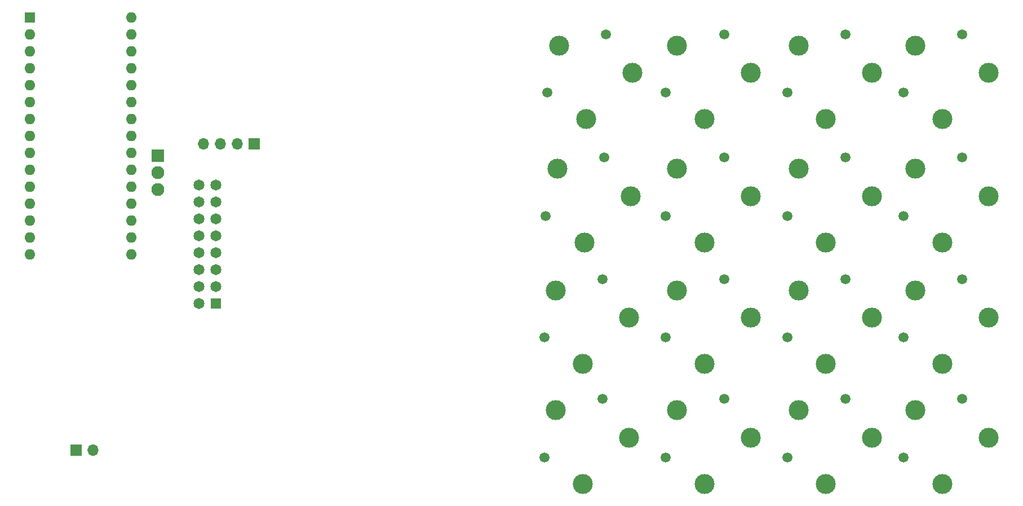
<source format=gbr>
%TF.GenerationSoftware,KiCad,Pcbnew,(5.1.7)-1*%
%TF.CreationDate,2020-11-01T20:21:32+01:00*%
%TF.ProjectId,MidiToCV,4d696469-546f-4435-962e-6b696361645f,rev?*%
%TF.SameCoordinates,Original*%
%TF.FileFunction,Soldermask,Bot*%
%TF.FilePolarity,Negative*%
%FSLAX46Y46*%
G04 Gerber Fmt 4.6, Leading zero omitted, Abs format (unit mm)*
G04 Created by KiCad (PCBNEW (5.1.7)-1) date 2020-11-01 20:21:32*
%MOMM*%
%LPD*%
G01*
G04 APERTURE LIST*
%ADD10C,1.500000*%
%ADD11C,3.000000*%
%ADD12O,1.700000X1.700000*%
%ADD13R,1.700000X1.700000*%
%ADD14C,1.935000*%
%ADD15R,1.935000X1.935000*%
%ADD16C,1.650000*%
%ADD17R,1.650000X1.650000*%
%ADD18O,1.600000X1.600000*%
%ADD19R,1.600000X1.600000*%
G04 APERTURE END LIST*
D10*
%TO.C,J14*%
X135540000Y-84070000D03*
D11*
X141360000Y-88050000D03*
X148300000Y-81110000D03*
D10*
X144320000Y-75290000D03*
D11*
X137250000Y-77000000D03*
%TD*%
D10*
%TO.C,J10*%
X135540000Y-66070000D03*
D11*
X141360000Y-70050000D03*
X148300000Y-63110000D03*
D10*
X144320000Y-57290000D03*
D11*
X137250000Y-59000000D03*
%TD*%
D10*
%TO.C,J6*%
X135540000Y-47820000D03*
D11*
X141360000Y-51800000D03*
X148300000Y-44860000D03*
D10*
X144320000Y-39040000D03*
D11*
X137250000Y-40750000D03*
%TD*%
D10*
%TO.C,J2*%
X135540000Y-29320000D03*
D11*
X141360000Y-33300000D03*
X148300000Y-26360000D03*
D10*
X144320000Y-20540000D03*
D11*
X137250000Y-22250000D03*
%TD*%
D12*
%TO.C,J19*%
X66130000Y-37000000D03*
X68670000Y-37000000D03*
X71210000Y-37000000D03*
D13*
X73750000Y-37000000D03*
%TD*%
D10*
%TO.C,J8*%
X171290000Y-47820000D03*
D11*
X177110000Y-51800000D03*
X184050000Y-44860000D03*
D10*
X180070000Y-39040000D03*
D11*
X173000000Y-40750000D03*
%TD*%
D10*
%TO.C,J16*%
X171290000Y-84070000D03*
D11*
X177110000Y-88050000D03*
X184050000Y-81110000D03*
D10*
X180070000Y-75290000D03*
D11*
X173000000Y-77000000D03*
%TD*%
D10*
%TO.C,J15*%
X153790000Y-84070000D03*
D11*
X159610000Y-88050000D03*
X166550000Y-81110000D03*
D10*
X162570000Y-75290000D03*
D11*
X155500000Y-77000000D03*
%TD*%
D10*
%TO.C,J13*%
X117290000Y-84070000D03*
D11*
X123110000Y-88050000D03*
X130050000Y-81110000D03*
D10*
X126070000Y-75290000D03*
D11*
X119000000Y-77000000D03*
%TD*%
D10*
%TO.C,J12*%
X171290000Y-66070000D03*
D11*
X177110000Y-70050000D03*
X184050000Y-63110000D03*
D10*
X180070000Y-57290000D03*
D11*
X173000000Y-59000000D03*
%TD*%
D10*
%TO.C,J11*%
X153790000Y-66070000D03*
D11*
X159610000Y-70050000D03*
X166550000Y-63110000D03*
D10*
X162570000Y-57290000D03*
D11*
X155500000Y-59000000D03*
%TD*%
D10*
%TO.C,J9*%
X117290000Y-66070000D03*
D11*
X123110000Y-70050000D03*
X130050000Y-63110000D03*
D10*
X126070000Y-57290000D03*
D11*
X119000000Y-59000000D03*
%TD*%
D10*
%TO.C,J7*%
X153790000Y-47820000D03*
D11*
X159610000Y-51800000D03*
X166550000Y-44860000D03*
D10*
X162570000Y-39040000D03*
D11*
X155500000Y-40750000D03*
%TD*%
D10*
%TO.C,J5*%
X117540000Y-47820000D03*
D11*
X123360000Y-51800000D03*
X130300000Y-44860000D03*
D10*
X126320000Y-39040000D03*
D11*
X119250000Y-40750000D03*
%TD*%
D10*
%TO.C,J4*%
X171290000Y-29320000D03*
D11*
X177110000Y-33300000D03*
X184050000Y-26360000D03*
D10*
X180070000Y-20540000D03*
D11*
X173000000Y-22250000D03*
%TD*%
D10*
%TO.C,J1*%
X117790000Y-29320000D03*
D11*
X123610000Y-33300000D03*
X130550000Y-26360000D03*
D10*
X126570000Y-20540000D03*
D11*
X119500000Y-22250000D03*
%TD*%
D10*
%TO.C,J3*%
X153790000Y-29320000D03*
D11*
X159610000Y-33300000D03*
X166550000Y-26360000D03*
D10*
X162570000Y-20540000D03*
D11*
X155500000Y-22250000D03*
%TD*%
D14*
%TO.C,Q1*%
X59250000Y-43830000D03*
X59250000Y-41290000D03*
D15*
X59250000Y-38750000D03*
%TD*%
D12*
%TO.C,J18*%
X49540000Y-83000000D03*
D13*
X47000000Y-83000000D03*
%TD*%
D16*
%TO.C,J17*%
X65460000Y-43220000D03*
X68000000Y-43220000D03*
X65460000Y-45760000D03*
X68000000Y-45760000D03*
X65460000Y-48300000D03*
X68000000Y-48300000D03*
X65460000Y-50840000D03*
X68000000Y-50840000D03*
X65460000Y-53380000D03*
X68000000Y-53380000D03*
X65460000Y-55920000D03*
X68000000Y-55920000D03*
X65460000Y-58460000D03*
X68000000Y-58460000D03*
X65460000Y-61000000D03*
D17*
X68000000Y-61000000D03*
%TD*%
D18*
%TO.C,A1*%
X55240000Y-53560000D03*
X40000000Y-53560000D03*
X55240000Y-18000000D03*
X40000000Y-51020000D03*
X55240000Y-20540000D03*
X40000000Y-48480000D03*
X55240000Y-23080000D03*
X40000000Y-45940000D03*
X55240000Y-25620000D03*
X40000000Y-43400000D03*
X55240000Y-28160000D03*
X40000000Y-40860000D03*
X55240000Y-30700000D03*
X40000000Y-38320000D03*
X55240000Y-33240000D03*
X40000000Y-35780000D03*
X55240000Y-35780000D03*
X40000000Y-33240000D03*
X55240000Y-38320000D03*
X40000000Y-30700000D03*
X55240000Y-40860000D03*
X40000000Y-28160000D03*
X55240000Y-43400000D03*
X40000000Y-25620000D03*
X55240000Y-45940000D03*
X40000000Y-23080000D03*
X55240000Y-48480000D03*
X40000000Y-20540000D03*
X55240000Y-51020000D03*
D19*
X40000000Y-18000000D03*
%TD*%
M02*

</source>
